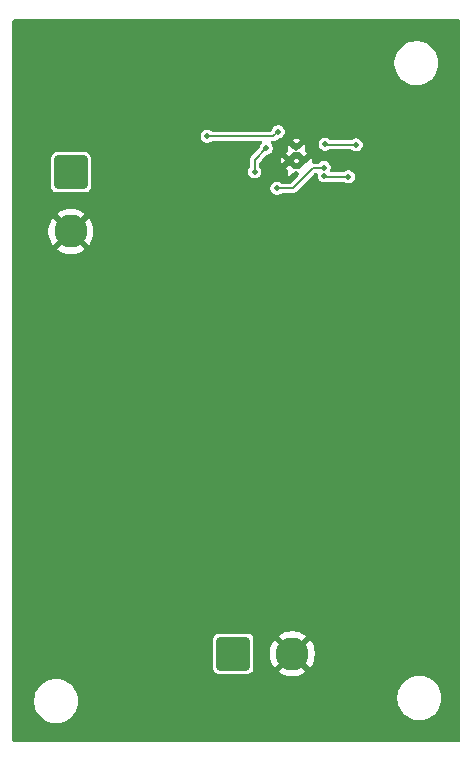
<source format=gbr>
%TF.GenerationSoftware,KiCad,Pcbnew,9.0.6*%
%TF.CreationDate,2026-02-08T18:04:32+01:00*%
%TF.ProjectId,Buck,4275636b-2e6b-4696-9361-645f70636258,B*%
%TF.SameCoordinates,Original*%
%TF.FileFunction,Copper,L4,Bot*%
%TF.FilePolarity,Positive*%
%FSLAX46Y46*%
G04 Gerber Fmt 4.6, Leading zero omitted, Abs format (unit mm)*
G04 Created by KiCad (PCBNEW 9.0.6) date 2026-02-08 18:04:32*
%MOMM*%
%LPD*%
G01*
G04 APERTURE LIST*
G04 Aperture macros list*
%AMRoundRect*
0 Rectangle with rounded corners*
0 $1 Rounding radius*
0 $2 $3 $4 $5 $6 $7 $8 $9 X,Y pos of 4 corners*
0 Add a 4 corners polygon primitive as box body*
4,1,4,$2,$3,$4,$5,$6,$7,$8,$9,$2,$3,0*
0 Add four circle primitives for the rounded corners*
1,1,$1+$1,$2,$3*
1,1,$1+$1,$4,$5*
1,1,$1+$1,$6,$7*
1,1,$1+$1,$8,$9*
0 Add four rect primitives between the rounded corners*
20,1,$1+$1,$2,$3,$4,$5,0*
20,1,$1+$1,$4,$5,$6,$7,0*
20,1,$1+$1,$6,$7,$8,$9,0*
20,1,$1+$1,$8,$9,$2,$3,0*%
G04 Aperture macros list end*
%TA.AperFunction,ComponentPad*%
%ADD10RoundRect,0.250001X-1.149999X1.149999X-1.149999X-1.149999X1.149999X-1.149999X1.149999X1.149999X0*%
%TD*%
%TA.AperFunction,ComponentPad*%
%ADD11C,2.800000*%
%TD*%
%TA.AperFunction,ComponentPad*%
%ADD12RoundRect,0.250001X-1.149999X-1.149999X1.149999X-1.149999X1.149999X1.149999X-1.149999X1.149999X0*%
%TD*%
%TA.AperFunction,ComponentPad*%
%ADD13C,0.499999*%
%TD*%
%TA.AperFunction,ViaPad*%
%ADD14C,0.800000*%
%TD*%
%TA.AperFunction,ViaPad*%
%ADD15C,0.500000*%
%TD*%
%TA.AperFunction,Conductor*%
%ADD16C,0.200000*%
%TD*%
G04 APERTURE END LIST*
D10*
%TO.P,J1,1,Pin_1*%
%TO.N,+18V*%
X142250000Y-107250000D03*
D11*
%TO.P,J1,2,Pin_2*%
%TO.N,GND*%
X142250000Y-112250000D03*
%TD*%
D12*
%TO.P,J2,1,Pin_1*%
%TO.N,/VOUT*%
X156000000Y-148000000D03*
D11*
%TO.P,J2,2,Pin_2*%
%TO.N,GND*%
X161000000Y-148000000D03*
%TD*%
D13*
%TO.P,U1,12,PGND*%
%TO.N,GND*%
X160750002Y-106250000D03*
X161350001Y-105150000D03*
X161350001Y-107350000D03*
X161950000Y-106250000D03*
%TD*%
D14*
%TO.N,GND*%
X143000000Y-137000000D03*
X162000000Y-143000000D03*
X162000000Y-140000000D03*
X140000000Y-141000000D03*
X169000000Y-147000000D03*
X142000000Y-126000000D03*
X143000000Y-117000000D03*
X142000000Y-132000000D03*
X150500000Y-96500000D03*
X164500000Y-97500000D03*
X139000000Y-101500000D03*
X142000000Y-116000000D03*
X140000000Y-131000000D03*
X140000000Y-123000000D03*
X169000000Y-145000000D03*
X142000000Y-117000000D03*
X143000000Y-119000000D03*
X140000000Y-121000000D03*
X138000000Y-102500000D03*
X144000000Y-130000000D03*
X167000000Y-149000000D03*
X164000000Y-139000000D03*
X161000000Y-145000000D03*
D15*
X157000000Y-105500000D03*
D14*
X150200000Y-104500000D03*
X165000000Y-138000000D03*
X165000000Y-142000000D03*
X153750000Y-103000000D03*
X140000000Y-133000000D03*
X140000000Y-126000000D03*
X144000000Y-125000000D03*
X166000000Y-145000000D03*
X143000000Y-123000000D03*
X164000000Y-143000000D03*
X143000000Y-96500000D03*
X161000000Y-142000000D03*
X167000000Y-144000000D03*
X140000000Y-117000000D03*
X167000000Y-136000000D03*
X162000000Y-145000000D03*
X143000000Y-136000000D03*
X143000000Y-120000000D03*
X140000000Y-118000000D03*
X162000000Y-139000000D03*
X150500000Y-95500000D03*
X143000000Y-95500000D03*
X167500000Y-96500000D03*
X171000000Y-103250000D03*
X141000000Y-134000000D03*
X143000000Y-135000000D03*
X142000000Y-131000000D03*
X141000000Y-123000000D03*
X165000000Y-141000000D03*
X169000000Y-143000000D03*
X144000000Y-137000000D03*
X160000000Y-144000000D03*
X144000000Y-97500000D03*
X140000000Y-128000000D03*
X140000000Y-122000000D03*
X143000000Y-124000000D03*
X145000000Y-95500000D03*
X163000000Y-144000000D03*
X165000000Y-140000000D03*
X144000000Y-96500000D03*
X139000000Y-102500000D03*
X142000000Y-133000000D03*
X141000000Y-127000000D03*
X169000000Y-104250000D03*
X159500000Y-96500000D03*
X168000000Y-136000000D03*
X140000000Y-125000000D03*
X162000000Y-142000000D03*
X142000000Y-138000000D03*
X141000000Y-122000000D03*
X165500000Y-96500000D03*
X144000000Y-123000000D03*
X143000000Y-134000000D03*
X142000000Y-129000000D03*
X141000000Y-135000000D03*
X157700000Y-112800000D03*
X168000000Y-140000000D03*
X147000000Y-96500000D03*
X161000000Y-143000000D03*
X141000000Y-141000000D03*
X167000000Y-143000000D03*
X153500000Y-95500000D03*
X143000000Y-129000000D03*
X144000000Y-139000000D03*
X169000000Y-103250000D03*
X144000000Y-135000000D03*
X168000000Y-146000000D03*
X166000000Y-143000000D03*
X144000000Y-131000000D03*
X166000000Y-147000000D03*
X169000000Y-136000000D03*
X141000000Y-138000000D03*
X164000000Y-145000000D03*
X140000000Y-124000000D03*
X147000000Y-97500000D03*
X169000000Y-149000000D03*
X169000000Y-142000000D03*
X166000000Y-140000000D03*
X148500000Y-96500000D03*
X140500000Y-101500000D03*
X165000000Y-144000000D03*
X161500000Y-96500000D03*
X142000000Y-140000000D03*
X169000000Y-105250000D03*
X140000000Y-135000000D03*
X138000000Y-100500000D03*
X141000000Y-128000000D03*
X144000000Y-127000000D03*
X165000000Y-148000000D03*
X162500000Y-95500000D03*
X167500000Y-95500000D03*
X145000000Y-97500000D03*
X163000000Y-141000000D03*
X160000000Y-143000000D03*
X166000000Y-136000000D03*
X161000000Y-139000000D03*
X141000000Y-133000000D03*
X144000000Y-120000000D03*
X141000000Y-116000000D03*
X166500000Y-96500000D03*
X170000000Y-102250000D03*
X168000000Y-145000000D03*
X168000000Y-105250000D03*
X142000000Y-139000000D03*
X167500000Y-97500000D03*
X144000000Y-132000000D03*
X141000000Y-117000000D03*
X148500000Y-95500000D03*
X142000000Y-130000000D03*
X145000000Y-96500000D03*
X143000000Y-133000000D03*
X143000000Y-140000000D03*
X143000000Y-127000000D03*
X140000000Y-139000000D03*
X142000000Y-136000000D03*
X168000000Y-138000000D03*
X142000000Y-134000000D03*
X147000000Y-95500000D03*
X144000000Y-124000000D03*
X163000000Y-142000000D03*
X149500000Y-96500000D03*
X160000000Y-142000000D03*
X146000000Y-95500000D03*
X168000000Y-147000000D03*
X143000000Y-125000000D03*
X164000000Y-142000000D03*
X155500000Y-96500000D03*
X168000000Y-141000000D03*
X142000000Y-141000000D03*
X144000000Y-141000000D03*
X144000000Y-117000000D03*
X142000000Y-118000000D03*
X141000000Y-125000000D03*
X142000000Y-128000000D03*
X171000000Y-104250000D03*
X167000000Y-138000000D03*
X142000000Y-120000000D03*
X162900000Y-108700000D03*
X163000000Y-140000000D03*
X169000000Y-141000000D03*
X165500000Y-97500000D03*
X166000000Y-138000000D03*
X168000000Y-144000000D03*
X154500000Y-96500000D03*
X141000000Y-130000000D03*
X138000000Y-101500000D03*
X165000000Y-143000000D03*
X171000000Y-105250000D03*
X140000000Y-137000000D03*
X141000000Y-139000000D03*
X166000000Y-141000000D03*
X139000000Y-100500000D03*
X165000000Y-146000000D03*
X163000000Y-139000000D03*
X162000000Y-141000000D03*
X161000000Y-144000000D03*
X163500000Y-95500000D03*
X144000000Y-121000000D03*
X144000000Y-118000000D03*
X152500000Y-95500000D03*
X144000000Y-129000000D03*
X141000000Y-121000000D03*
X154500000Y-95500000D03*
X166000000Y-139000000D03*
X141000000Y-140000000D03*
X168000000Y-137000000D03*
X164000000Y-144000000D03*
X143000000Y-122000000D03*
X141000000Y-136000000D03*
X165000000Y-149000000D03*
X169000000Y-138000000D03*
X143000000Y-141000000D03*
X166000000Y-146000000D03*
X167000000Y-139000000D03*
X164500000Y-95500000D03*
X143000000Y-126000000D03*
X149500000Y-95500000D03*
X169000000Y-146000000D03*
X166000000Y-142000000D03*
X160000000Y-141000000D03*
X165000000Y-147000000D03*
X141000000Y-118000000D03*
X156500000Y-96500000D03*
X167000000Y-147000000D03*
X167000000Y-137000000D03*
X142000000Y-119000000D03*
X161500000Y-95500000D03*
X165500000Y-95500000D03*
X167000000Y-146000000D03*
X142000000Y-122000000D03*
X143000000Y-118000000D03*
X156300000Y-111500000D03*
X168000000Y-104250000D03*
X157500000Y-95500000D03*
X156500000Y-95500000D03*
X167000000Y-141000000D03*
X160000000Y-139000000D03*
X142000000Y-127000000D03*
X163000000Y-143000000D03*
X164000000Y-141000000D03*
X170000000Y-104250000D03*
X169000000Y-137000000D03*
X143000000Y-128000000D03*
X151500000Y-95500000D03*
X166000000Y-149000000D03*
X141000000Y-132000000D03*
X168000000Y-148000000D03*
X144000000Y-95500000D03*
X165000000Y-139000000D03*
X169000000Y-148000000D03*
X163500000Y-96500000D03*
X140000000Y-134000000D03*
X158500000Y-95500000D03*
X144000000Y-119000000D03*
X141000000Y-129000000D03*
X141000000Y-137000000D03*
X140500000Y-100500000D03*
X170000000Y-105250000D03*
X163000000Y-145000000D03*
X164500000Y-96500000D03*
X142000000Y-137000000D03*
X143000000Y-131000000D03*
X159500000Y-95500000D03*
X167000000Y-142000000D03*
X144000000Y-138000000D03*
X142000000Y-125000000D03*
X157500000Y-96500000D03*
X167000000Y-140000000D03*
X144000000Y-128000000D03*
X170000000Y-103250000D03*
X160500000Y-96500000D03*
X168000000Y-149000000D03*
X169000000Y-140000000D03*
X162500000Y-96500000D03*
X140000000Y-132000000D03*
X162000000Y-144000000D03*
X142000000Y-123000000D03*
X144000000Y-140000000D03*
X141000000Y-120000000D03*
X141000000Y-124000000D03*
X160000000Y-140000000D03*
X142000000Y-135000000D03*
X167000000Y-148000000D03*
X153500000Y-96500000D03*
X166500000Y-97500000D03*
X165000000Y-145000000D03*
X166500000Y-95500000D03*
X144000000Y-122000000D03*
X169000000Y-144000000D03*
X140000000Y-136000000D03*
X144000000Y-134000000D03*
X160500000Y-95500000D03*
X140000000Y-119000000D03*
X143000000Y-116000000D03*
X158500000Y-96500000D03*
X171000000Y-102250000D03*
X144000000Y-136000000D03*
X146000000Y-97500000D03*
X143000000Y-121000000D03*
X166000000Y-137000000D03*
X143000000Y-132000000D03*
X160000000Y-145000000D03*
X140000000Y-127000000D03*
X167000000Y-145000000D03*
X143000000Y-97500000D03*
X151500000Y-96500000D03*
X168000000Y-143000000D03*
X142000000Y-124000000D03*
X141000000Y-131000000D03*
X161000000Y-140000000D03*
X166000000Y-144000000D03*
X152500000Y-96500000D03*
X164000000Y-140000000D03*
X166000000Y-148000000D03*
X144000000Y-133000000D03*
X144000000Y-116000000D03*
X169000000Y-139000000D03*
X143000000Y-138000000D03*
X161000000Y-141000000D03*
X140000000Y-120000000D03*
X165000000Y-136000000D03*
X143000000Y-130000000D03*
X146000000Y-96500000D03*
X142000000Y-121000000D03*
X168000000Y-139000000D03*
X140000000Y-116000000D03*
X169000000Y-102250000D03*
X143000000Y-139000000D03*
X141000000Y-126000000D03*
X140000000Y-130000000D03*
X144000000Y-126000000D03*
X165000000Y-137000000D03*
X155500000Y-95500000D03*
X141000000Y-119000000D03*
X140000000Y-138000000D03*
X168250000Y-106250000D03*
X168000000Y-142000000D03*
X140000000Y-140000000D03*
X140000000Y-129000000D03*
D15*
%TO.N,/SYNCIN*%
X159700000Y-108600000D03*
X163696157Y-106838448D03*
%TO.N,Net-(U1-COMP)*%
X158800000Y-105200000D03*
X157800000Y-107200000D03*
%TO.N,/LG*%
X165750000Y-107625000D03*
X163706476Y-107538372D03*
%TO.N,/HG*%
X163772965Y-104860139D03*
X166391248Y-104908752D03*
%TO.N,/EN*%
X159800000Y-103800000D03*
X153800000Y-104200000D03*
%TD*%
D16*
%TO.N,/SYNCIN*%
X162713352Y-106911649D02*
X161025001Y-108600000D01*
X161025001Y-108600000D02*
X159700000Y-108600000D01*
X163682329Y-106911649D02*
X162713352Y-106911649D01*
%TO.N,Net-(U1-COMP)*%
X158800000Y-105200000D02*
X157800000Y-106200000D01*
X157800000Y-106200000D02*
X157800000Y-107200000D01*
%TO.N,/LG*%
X164532475Y-107625000D02*
X164500000Y-107657475D01*
X164500000Y-107657475D02*
X163957475Y-107657475D01*
X165750000Y-107625000D02*
X164532475Y-107625000D01*
X164857475Y-107657475D02*
X164500000Y-107657475D01*
X163957475Y-107657475D02*
X163800000Y-107500000D01*
%TO.N,/HG*%
X163785208Y-104908752D02*
X166391248Y-104908752D01*
X166400000Y-104900000D02*
X166391248Y-104908752D01*
%TO.N,/EN*%
X153800000Y-104200000D02*
X159400000Y-104200000D01*
X159400000Y-104200000D02*
X159800000Y-103800000D01*
%TD*%
%TA.AperFunction,Conductor*%
%TO.N,GND*%
G36*
X175142539Y-94320185D02*
G01*
X175188294Y-94372989D01*
X175199500Y-94424500D01*
X175199500Y-155325500D01*
X175179815Y-155392539D01*
X175127011Y-155438294D01*
X175075500Y-155449500D01*
X137424500Y-155449500D01*
X137357461Y-155429815D01*
X137311706Y-155377011D01*
X137300500Y-155325500D01*
X137300500Y-151878048D01*
X139139500Y-151878048D01*
X139139500Y-152121951D01*
X139166013Y-152323333D01*
X139171334Y-152363744D01*
X139171335Y-152363746D01*
X139234456Y-152599320D01*
X139234459Y-152599330D01*
X139327786Y-152824640D01*
X139327791Y-152824651D01*
X139449727Y-153035848D01*
X139449738Y-153035864D01*
X139598199Y-153229343D01*
X139598205Y-153229350D01*
X139770649Y-153401794D01*
X139770656Y-153401800D01*
X139797258Y-153422212D01*
X139964144Y-153550268D01*
X139964151Y-153550272D01*
X140175348Y-153672208D01*
X140175353Y-153672210D01*
X140175356Y-153672212D01*
X140400679Y-153765544D01*
X140636256Y-153828666D01*
X140878056Y-153860500D01*
X140878063Y-153860500D01*
X141121937Y-153860500D01*
X141121944Y-153860500D01*
X141363744Y-153828666D01*
X141599321Y-153765544D01*
X141824644Y-153672212D01*
X142035856Y-153550268D01*
X142229345Y-153401799D01*
X142401799Y-153229345D01*
X142550268Y-153035856D01*
X142672212Y-152824644D01*
X142765544Y-152599321D01*
X142828666Y-152363744D01*
X142860500Y-152121944D01*
X142860500Y-151878056D01*
X142828666Y-151636256D01*
X142826467Y-151628048D01*
X169889500Y-151628048D01*
X169889500Y-151871951D01*
X169890305Y-151878062D01*
X169921334Y-152113744D01*
X169923533Y-152121951D01*
X169984456Y-152349320D01*
X169984459Y-152349330D01*
X170077786Y-152574640D01*
X170077791Y-152574651D01*
X170199727Y-152785848D01*
X170199738Y-152785864D01*
X170348199Y-152979343D01*
X170348205Y-152979350D01*
X170520649Y-153151794D01*
X170520656Y-153151800D01*
X170621715Y-153229345D01*
X170714144Y-153300268D01*
X170714151Y-153300272D01*
X170925348Y-153422208D01*
X170925353Y-153422210D01*
X170925356Y-153422212D01*
X171150679Y-153515544D01*
X171386256Y-153578666D01*
X171628056Y-153610500D01*
X171628063Y-153610500D01*
X171871937Y-153610500D01*
X171871944Y-153610500D01*
X172113744Y-153578666D01*
X172349321Y-153515544D01*
X172574644Y-153422212D01*
X172785856Y-153300268D01*
X172979345Y-153151799D01*
X173151799Y-152979345D01*
X173300268Y-152785856D01*
X173422212Y-152574644D01*
X173515544Y-152349321D01*
X173578666Y-152113744D01*
X173610500Y-151871944D01*
X173610500Y-151628056D01*
X173578666Y-151386256D01*
X173515544Y-151150679D01*
X173422212Y-150925356D01*
X173422210Y-150925353D01*
X173422208Y-150925348D01*
X173300272Y-150714151D01*
X173300268Y-150714144D01*
X173211302Y-150598201D01*
X173151800Y-150520656D01*
X173151794Y-150520649D01*
X172979350Y-150348205D01*
X172979343Y-150348199D01*
X172785864Y-150199738D01*
X172785862Y-150199736D01*
X172785856Y-150199732D01*
X172785851Y-150199729D01*
X172785848Y-150199727D01*
X172574651Y-150077791D01*
X172574640Y-150077786D01*
X172349330Y-149984459D01*
X172349323Y-149984457D01*
X172349321Y-149984456D01*
X172113744Y-149921334D01*
X172073333Y-149916013D01*
X171871951Y-149889500D01*
X171871944Y-149889500D01*
X171628056Y-149889500D01*
X171628048Y-149889500D01*
X171397896Y-149919801D01*
X171386256Y-149921334D01*
X171150679Y-149984456D01*
X171150669Y-149984459D01*
X170925359Y-150077786D01*
X170925348Y-150077791D01*
X170714151Y-150199727D01*
X170714135Y-150199738D01*
X170520656Y-150348199D01*
X170520649Y-150348205D01*
X170348205Y-150520649D01*
X170348199Y-150520656D01*
X170199738Y-150714135D01*
X170199727Y-150714151D01*
X170077791Y-150925348D01*
X170077786Y-150925359D01*
X169984459Y-151150669D01*
X169984456Y-151150679D01*
X169921335Y-151386253D01*
X169921333Y-151386264D01*
X169889500Y-151628048D01*
X142826467Y-151628048D01*
X142765544Y-151400679D01*
X142672212Y-151175356D01*
X142672210Y-151175353D01*
X142672208Y-151175348D01*
X142550272Y-150964151D01*
X142550268Y-150964144D01*
X142401799Y-150770655D01*
X142401794Y-150770649D01*
X142229350Y-150598205D01*
X142229343Y-150598199D01*
X142035864Y-150449738D01*
X142035862Y-150449736D01*
X142035856Y-150449732D01*
X142035851Y-150449729D01*
X142035848Y-150449727D01*
X141824651Y-150327791D01*
X141824640Y-150327786D01*
X141599330Y-150234459D01*
X141599323Y-150234457D01*
X141599321Y-150234456D01*
X141363744Y-150171334D01*
X141323333Y-150166013D01*
X141121951Y-150139500D01*
X141121944Y-150139500D01*
X140878056Y-150139500D01*
X140878048Y-150139500D01*
X140647896Y-150169801D01*
X140636256Y-150171334D01*
X140530250Y-150199738D01*
X140400679Y-150234456D01*
X140400669Y-150234459D01*
X140175359Y-150327786D01*
X140175348Y-150327791D01*
X139964151Y-150449727D01*
X139964135Y-150449738D01*
X139770656Y-150598199D01*
X139770649Y-150598205D01*
X139598205Y-150770649D01*
X139598199Y-150770656D01*
X139449738Y-150964135D01*
X139449727Y-150964151D01*
X139327791Y-151175348D01*
X139327786Y-151175359D01*
X139234459Y-151400669D01*
X139234456Y-151400679D01*
X139171334Y-151636256D01*
X139171333Y-151636264D01*
X139139500Y-151878048D01*
X137300500Y-151878048D01*
X137300500Y-146806900D01*
X154299500Y-146806900D01*
X154299500Y-149193091D01*
X154310123Y-149281562D01*
X154365639Y-149422342D01*
X154365640Y-149422344D01*
X154457077Y-149542922D01*
X154577655Y-149634359D01*
X154577658Y-149634361D01*
X154718436Y-149689876D01*
X154806901Y-149700500D01*
X157193098Y-149700499D01*
X157281564Y-149689876D01*
X157422342Y-149634361D01*
X157542922Y-149542922D01*
X157634361Y-149422342D01*
X157689876Y-149281564D01*
X157700500Y-149193099D01*
X157700499Y-147875466D01*
X159100000Y-147875466D01*
X159100000Y-148124533D01*
X159132508Y-148371463D01*
X159196973Y-148612049D01*
X159292283Y-148842148D01*
X159292288Y-148842159D01*
X159416813Y-149057841D01*
X159416819Y-149057849D01*
X159491400Y-149155045D01*
X160398958Y-148247487D01*
X160423978Y-148307890D01*
X160495112Y-148414351D01*
X160585649Y-148504888D01*
X160692110Y-148576022D01*
X160752511Y-148601041D01*
X159844953Y-149508598D01*
X159942150Y-149583180D01*
X159942158Y-149583186D01*
X160157840Y-149707711D01*
X160157851Y-149707716D01*
X160387950Y-149803026D01*
X160628536Y-149867491D01*
X160875466Y-149900000D01*
X161124534Y-149900000D01*
X161371463Y-149867491D01*
X161612049Y-149803026D01*
X161842148Y-149707716D01*
X161842159Y-149707711D01*
X162057855Y-149583178D01*
X162155045Y-149508600D01*
X162155045Y-149508597D01*
X161247488Y-148601041D01*
X161307890Y-148576022D01*
X161414351Y-148504888D01*
X161504888Y-148414351D01*
X161576022Y-148307890D01*
X161601041Y-148247489D01*
X162508597Y-149155045D01*
X162508600Y-149155045D01*
X162583178Y-149057855D01*
X162707711Y-148842159D01*
X162707716Y-148842148D01*
X162803026Y-148612049D01*
X162867491Y-148371463D01*
X162900000Y-148124533D01*
X162900000Y-147875466D01*
X162867491Y-147628536D01*
X162803026Y-147387950D01*
X162707716Y-147157851D01*
X162707711Y-147157840D01*
X162583186Y-146942158D01*
X162583180Y-146942150D01*
X162508598Y-146844953D01*
X161601041Y-147752510D01*
X161576022Y-147692110D01*
X161504888Y-147585649D01*
X161414351Y-147495112D01*
X161307890Y-147423978D01*
X161247487Y-147398957D01*
X162155045Y-146491400D01*
X162057849Y-146416819D01*
X162057841Y-146416813D01*
X161842159Y-146292288D01*
X161842148Y-146292283D01*
X161612049Y-146196973D01*
X161371463Y-146132508D01*
X161124534Y-146100000D01*
X160875466Y-146100000D01*
X160628536Y-146132508D01*
X160387950Y-146196973D01*
X160157851Y-146292283D01*
X160157847Y-146292285D01*
X159942143Y-146416823D01*
X159844953Y-146491399D01*
X159844953Y-146491400D01*
X160752511Y-147398958D01*
X160692110Y-147423978D01*
X160585649Y-147495112D01*
X160495112Y-147585649D01*
X160423978Y-147692110D01*
X160398958Y-147752511D01*
X159491400Y-146844953D01*
X159491399Y-146844953D01*
X159416823Y-146942143D01*
X159292285Y-147157847D01*
X159292283Y-147157851D01*
X159196973Y-147387950D01*
X159132508Y-147628536D01*
X159100000Y-147875466D01*
X157700499Y-147875466D01*
X157700499Y-146806902D01*
X157689876Y-146718436D01*
X157634361Y-146577658D01*
X157634359Y-146577655D01*
X157542922Y-146457077D01*
X157422344Y-146365640D01*
X157422342Y-146365639D01*
X157281564Y-146310124D01*
X157281561Y-146310123D01*
X157193099Y-146299500D01*
X154806908Y-146299500D01*
X154718437Y-146310123D01*
X154577657Y-146365639D01*
X154577655Y-146365640D01*
X154457077Y-146457077D01*
X154365640Y-146577655D01*
X154310124Y-146718437D01*
X154310123Y-146718438D01*
X154299500Y-146806900D01*
X137300500Y-146806900D01*
X137300500Y-112125466D01*
X140350000Y-112125466D01*
X140350000Y-112374533D01*
X140382508Y-112621463D01*
X140446973Y-112862049D01*
X140542283Y-113092148D01*
X140542288Y-113092159D01*
X140666813Y-113307841D01*
X140666819Y-113307849D01*
X140741400Y-113405045D01*
X141648958Y-112497487D01*
X141673978Y-112557890D01*
X141745112Y-112664351D01*
X141835649Y-112754888D01*
X141942110Y-112826022D01*
X142002511Y-112851041D01*
X141094953Y-113758598D01*
X141192150Y-113833180D01*
X141192158Y-113833186D01*
X141407840Y-113957711D01*
X141407851Y-113957716D01*
X141637950Y-114053026D01*
X141878536Y-114117491D01*
X142125466Y-114150000D01*
X142374534Y-114150000D01*
X142621463Y-114117491D01*
X142862049Y-114053026D01*
X143092148Y-113957716D01*
X143092159Y-113957711D01*
X143307855Y-113833178D01*
X143405045Y-113758600D01*
X143405045Y-113758597D01*
X142497488Y-112851041D01*
X142557890Y-112826022D01*
X142664351Y-112754888D01*
X142754888Y-112664351D01*
X142826022Y-112557890D01*
X142851041Y-112497489D01*
X143758597Y-113405045D01*
X143758600Y-113405045D01*
X143833178Y-113307855D01*
X143957711Y-113092159D01*
X143957716Y-113092148D01*
X144053026Y-112862049D01*
X144117491Y-112621463D01*
X144150000Y-112374533D01*
X144150000Y-112125466D01*
X144117491Y-111878536D01*
X144053026Y-111637950D01*
X143957716Y-111407851D01*
X143957711Y-111407840D01*
X143833186Y-111192158D01*
X143833180Y-111192150D01*
X143758598Y-111094953D01*
X142851041Y-112002510D01*
X142826022Y-111942110D01*
X142754888Y-111835649D01*
X142664351Y-111745112D01*
X142557890Y-111673978D01*
X142497487Y-111648957D01*
X143405045Y-110741400D01*
X143307849Y-110666819D01*
X143307841Y-110666813D01*
X143092159Y-110542288D01*
X143092148Y-110542283D01*
X142862049Y-110446973D01*
X142621463Y-110382508D01*
X142374534Y-110350000D01*
X142125466Y-110350000D01*
X141878536Y-110382508D01*
X141637950Y-110446973D01*
X141407851Y-110542283D01*
X141407847Y-110542285D01*
X141192143Y-110666823D01*
X141094953Y-110741399D01*
X141094953Y-110741400D01*
X142002511Y-111648958D01*
X141942110Y-111673978D01*
X141835649Y-111745112D01*
X141745112Y-111835649D01*
X141673978Y-111942110D01*
X141648958Y-112002511D01*
X140741400Y-111094953D01*
X140741399Y-111094953D01*
X140666823Y-111192143D01*
X140542285Y-111407847D01*
X140542283Y-111407851D01*
X140446973Y-111637950D01*
X140382508Y-111878536D01*
X140350000Y-112125466D01*
X137300500Y-112125466D01*
X137300500Y-106056900D01*
X140549500Y-106056900D01*
X140549500Y-108443091D01*
X140560123Y-108531562D01*
X140615639Y-108672342D01*
X140615640Y-108672344D01*
X140707077Y-108792922D01*
X140827655Y-108884359D01*
X140827658Y-108884361D01*
X140968436Y-108939876D01*
X141056901Y-108950500D01*
X143443098Y-108950499D01*
X143531564Y-108939876D01*
X143672342Y-108884361D01*
X143792922Y-108792922D01*
X143884361Y-108672342D01*
X143939876Y-108531564D01*
X143940361Y-108527525D01*
X159149500Y-108527525D01*
X159149500Y-108672475D01*
X159181774Y-108792922D01*
X159187017Y-108812488D01*
X159259488Y-108938011D01*
X159259490Y-108938013D01*
X159259491Y-108938015D01*
X159361985Y-109040509D01*
X159361986Y-109040510D01*
X159361988Y-109040511D01*
X159487511Y-109112982D01*
X159487512Y-109112982D01*
X159487515Y-109112984D01*
X159627525Y-109150500D01*
X159627528Y-109150500D01*
X159772472Y-109150500D01*
X159772475Y-109150500D01*
X159912485Y-109112984D01*
X160038015Y-109040509D01*
X160041705Y-109036819D01*
X160103028Y-109003334D01*
X160129386Y-109000500D01*
X161077726Y-109000500D01*
X161077728Y-109000500D01*
X161179589Y-108973207D01*
X161270914Y-108920480D01*
X162842926Y-107348468D01*
X162869853Y-107333764D01*
X162895672Y-107317172D01*
X162901872Y-107316280D01*
X162904249Y-107314983D01*
X162930607Y-107312149D01*
X163035573Y-107312149D01*
X163102612Y-107331834D01*
X163148367Y-107384638D01*
X163158311Y-107453796D01*
X163156240Y-107463889D01*
X163155976Y-107465895D01*
X163155976Y-107465897D01*
X163155976Y-107610847D01*
X163193492Y-107750857D01*
X163193493Y-107750860D01*
X163265964Y-107876383D01*
X163265966Y-107876385D01*
X163265967Y-107876387D01*
X163368461Y-107978881D01*
X163368462Y-107978882D01*
X163368464Y-107978883D01*
X163493987Y-108051354D01*
X163493988Y-108051354D01*
X163493991Y-108051356D01*
X163634001Y-108088872D01*
X163634004Y-108088872D01*
X163778949Y-108088872D01*
X163778951Y-108088872D01*
X163878489Y-108062200D01*
X163910583Y-108057975D01*
X164910200Y-108057975D01*
X164910202Y-108057975D01*
X164966467Y-108042898D01*
X165015636Y-108029725D01*
X165047728Y-108025500D01*
X165320614Y-108025500D01*
X165387653Y-108045185D01*
X165408295Y-108061819D01*
X165411985Y-108065509D01*
X165411986Y-108065510D01*
X165411988Y-108065511D01*
X165537511Y-108137982D01*
X165537512Y-108137982D01*
X165537515Y-108137984D01*
X165677525Y-108175500D01*
X165677528Y-108175500D01*
X165822472Y-108175500D01*
X165822475Y-108175500D01*
X165962485Y-108137984D01*
X166088015Y-108065509D01*
X166190509Y-107963015D01*
X166262984Y-107837485D01*
X166300500Y-107697475D01*
X166300500Y-107552525D01*
X166262984Y-107412515D01*
X166262968Y-107412488D01*
X166190511Y-107286988D01*
X166190506Y-107286982D01*
X166088017Y-107184493D01*
X166088011Y-107184488D01*
X165962488Y-107112017D01*
X165962489Y-107112017D01*
X165951006Y-107108940D01*
X165822475Y-107074500D01*
X165677525Y-107074500D01*
X165548993Y-107108940D01*
X165537511Y-107112017D01*
X165411988Y-107184488D01*
X165411982Y-107184493D01*
X165408295Y-107188181D01*
X165346972Y-107221666D01*
X165320614Y-107224500D01*
X164592814Y-107224500D01*
X164592798Y-107224499D01*
X164585202Y-107224499D01*
X164479748Y-107224499D01*
X164377888Y-107251793D01*
X164377884Y-107251794D01*
X164374320Y-107252750D01*
X164342225Y-107256975D01*
X164304957Y-107256975D01*
X164237918Y-107237290D01*
X164192163Y-107184486D01*
X164182219Y-107115328D01*
X164197570Y-107070974D01*
X164209141Y-107050933D01*
X164246657Y-106910923D01*
X164246657Y-106765973D01*
X164209141Y-106625963D01*
X164136666Y-106500433D01*
X164034172Y-106397939D01*
X164034170Y-106397938D01*
X164034168Y-106397936D01*
X163908645Y-106325465D01*
X163908646Y-106325465D01*
X163897163Y-106322388D01*
X163768632Y-106287948D01*
X163623682Y-106287948D01*
X163495150Y-106322388D01*
X163483668Y-106325465D01*
X163358145Y-106397936D01*
X163358139Y-106397941D01*
X163281251Y-106474830D01*
X163219928Y-106508315D01*
X163193570Y-106511149D01*
X162813841Y-106511149D01*
X162746802Y-106491464D01*
X162701047Y-106438660D01*
X162691103Y-106369502D01*
X162692224Y-106362958D01*
X162699998Y-106323871D01*
X162699999Y-106323869D01*
X162699999Y-106176131D01*
X162699998Y-106176127D01*
X162671178Y-106031240D01*
X162671176Y-106031232D01*
X162627576Y-105925973D01*
X162126776Y-106426776D01*
X161592204Y-106961348D01*
X161530881Y-106994833D01*
X161461189Y-106989849D01*
X161416842Y-106961348D01*
X161350001Y-106894507D01*
X161283160Y-106961348D01*
X161221837Y-106994832D01*
X161152145Y-106989848D01*
X161107798Y-106961347D01*
X160750003Y-106603552D01*
X160750002Y-106603552D01*
X160425975Y-106927576D01*
X160531235Y-106971176D01*
X160534867Y-106971899D01*
X160536595Y-106972802D01*
X160537067Y-106972946D01*
X160537039Y-106973035D01*
X160596781Y-107004279D01*
X160631359Y-107064992D01*
X160629481Y-107125152D01*
X160630012Y-107125258D01*
X160629378Y-107128443D01*
X160629345Y-107129514D01*
X160628823Y-107131233D01*
X160600002Y-107276127D01*
X160600002Y-107423872D01*
X160628821Y-107568759D01*
X160628824Y-107568768D01*
X160672422Y-107674024D01*
X161085543Y-107260904D01*
X161146866Y-107227419D01*
X161216557Y-107232403D01*
X161260905Y-107260904D01*
X161278159Y-107278158D01*
X161263869Y-107292448D01*
X161248401Y-107329791D01*
X161248401Y-107370209D01*
X161263869Y-107407552D01*
X161292449Y-107436132D01*
X161329792Y-107451600D01*
X161370210Y-107451600D01*
X161407553Y-107436132D01*
X161421843Y-107421842D01*
X161439095Y-107439094D01*
X161472580Y-107500417D01*
X161467596Y-107570109D01*
X161439095Y-107614456D01*
X160995003Y-108058547D01*
X160979951Y-108078655D01*
X160895428Y-108163180D01*
X160834106Y-108196666D01*
X160807746Y-108199500D01*
X160129386Y-108199500D01*
X160062347Y-108179815D01*
X160041705Y-108163181D01*
X160038017Y-108159493D01*
X160038011Y-108159488D01*
X159912488Y-108087017D01*
X159912489Y-108087017D01*
X159901006Y-108083940D01*
X159772475Y-108049500D01*
X159627525Y-108049500D01*
X159498993Y-108083940D01*
X159487511Y-108087017D01*
X159361988Y-108159488D01*
X159361982Y-108159493D01*
X159259493Y-108261982D01*
X159259488Y-108261988D01*
X159187017Y-108387511D01*
X159187016Y-108387515D01*
X159149500Y-108527525D01*
X143940361Y-108527525D01*
X143950500Y-108443099D01*
X143950499Y-106056902D01*
X143939876Y-105968436D01*
X143884361Y-105827658D01*
X143853392Y-105786819D01*
X143792922Y-105707077D01*
X143672344Y-105615640D01*
X143672342Y-105615639D01*
X143531564Y-105560124D01*
X143531561Y-105560123D01*
X143443099Y-105549500D01*
X141056908Y-105549500D01*
X140968437Y-105560123D01*
X140827657Y-105615639D01*
X140827655Y-105615640D01*
X140707077Y-105707077D01*
X140615640Y-105827655D01*
X140615639Y-105827658D01*
X140565783Y-105954087D01*
X140560124Y-105968437D01*
X140560123Y-105968438D01*
X140549500Y-106056900D01*
X137300500Y-106056900D01*
X137300500Y-104127525D01*
X153249500Y-104127525D01*
X153249500Y-104272475D01*
X153280139Y-104386819D01*
X153287017Y-104412488D01*
X153359488Y-104538011D01*
X153359490Y-104538013D01*
X153359491Y-104538015D01*
X153461985Y-104640509D01*
X153461986Y-104640510D01*
X153461988Y-104640511D01*
X153587511Y-104712982D01*
X153587512Y-104712982D01*
X153587515Y-104712984D01*
X153727525Y-104750500D01*
X153727528Y-104750500D01*
X153872472Y-104750500D01*
X153872475Y-104750500D01*
X154012485Y-104712984D01*
X154138015Y-104640509D01*
X154141705Y-104636819D01*
X154203028Y-104603334D01*
X154229386Y-104600500D01*
X158321614Y-104600500D01*
X158388653Y-104620185D01*
X158434408Y-104672989D01*
X158444352Y-104742147D01*
X158415327Y-104805703D01*
X158409295Y-104812181D01*
X158359493Y-104861982D01*
X158359488Y-104861988D01*
X158287017Y-104987511D01*
X158287016Y-104987515D01*
X158249500Y-105127525D01*
X158249500Y-105127527D01*
X158249500Y-105132745D01*
X158229815Y-105199784D01*
X158213181Y-105220426D01*
X157479522Y-105954084D01*
X157479520Y-105954087D01*
X157426793Y-106045410D01*
X157399500Y-106147273D01*
X157399500Y-106770614D01*
X157379815Y-106837653D01*
X157363181Y-106858295D01*
X157359493Y-106861982D01*
X157359488Y-106861988D01*
X157287017Y-106987511D01*
X157287016Y-106987515D01*
X157249500Y-107127525D01*
X157249500Y-107272475D01*
X157285694Y-107407552D01*
X157287017Y-107412488D01*
X157359488Y-107538011D01*
X157359490Y-107538013D01*
X157359491Y-107538015D01*
X157461985Y-107640509D01*
X157461986Y-107640510D01*
X157461988Y-107640511D01*
X157587511Y-107712982D01*
X157587512Y-107712982D01*
X157587515Y-107712984D01*
X157727525Y-107750500D01*
X157727528Y-107750500D01*
X157872472Y-107750500D01*
X157872475Y-107750500D01*
X158012485Y-107712984D01*
X158138015Y-107640509D01*
X158240509Y-107538015D01*
X158312984Y-107412485D01*
X158350500Y-107272475D01*
X158350500Y-107127525D01*
X158312984Y-106987515D01*
X158304489Y-106972802D01*
X158240511Y-106861988D01*
X158240506Y-106861982D01*
X158236819Y-106858295D01*
X158203334Y-106796972D01*
X158200500Y-106770614D01*
X158200500Y-106417254D01*
X158220185Y-106350215D01*
X158236819Y-106329573D01*
X158390265Y-106176127D01*
X160000003Y-106176127D01*
X160000003Y-106323872D01*
X160028822Y-106468759D01*
X160028825Y-106468768D01*
X160072423Y-106574024D01*
X160396450Y-106250000D01*
X160376241Y-106229791D01*
X160648402Y-106229791D01*
X160648402Y-106270209D01*
X160663870Y-106307552D01*
X160692450Y-106336132D01*
X160729793Y-106351600D01*
X160770211Y-106351600D01*
X160807554Y-106336132D01*
X160836134Y-106307552D01*
X160851602Y-106270209D01*
X160851602Y-106250000D01*
X161103554Y-106250000D01*
X161350001Y-106496447D01*
X161596448Y-106250000D01*
X161576239Y-106229791D01*
X161848400Y-106229791D01*
X161848400Y-106270209D01*
X161863868Y-106307552D01*
X161892448Y-106336132D01*
X161929791Y-106351600D01*
X161970209Y-106351600D01*
X162007552Y-106336132D01*
X162036132Y-106307552D01*
X162051600Y-106270209D01*
X162051600Y-106229791D01*
X162036132Y-106192448D01*
X162007552Y-106163868D01*
X161970209Y-106148400D01*
X161929791Y-106148400D01*
X161892448Y-106163868D01*
X161863868Y-106192448D01*
X161848400Y-106229791D01*
X161576239Y-106229791D01*
X161350001Y-106003553D01*
X161103554Y-106250000D01*
X160851602Y-106250000D01*
X160851602Y-106229791D01*
X160836134Y-106192448D01*
X160807554Y-106163868D01*
X160770211Y-106148400D01*
X160729793Y-106148400D01*
X160692450Y-106163868D01*
X160663870Y-106192448D01*
X160648402Y-106229791D01*
X160376241Y-106229791D01*
X160072424Y-105925974D01*
X160028824Y-106031236D01*
X160028822Y-106031240D01*
X160000003Y-106176127D01*
X158390265Y-106176127D01*
X158779573Y-105786819D01*
X158840896Y-105753334D01*
X158867254Y-105750500D01*
X158872472Y-105750500D01*
X158872475Y-105750500D01*
X159012485Y-105712984D01*
X159138015Y-105640509D01*
X159206102Y-105572422D01*
X160425976Y-105572422D01*
X160750002Y-105896448D01*
X161107798Y-105538652D01*
X161169121Y-105505167D01*
X161238813Y-105510151D01*
X161283160Y-105538652D01*
X161350001Y-105605493D01*
X161416842Y-105538652D01*
X161478165Y-105505167D01*
X161547857Y-105510151D01*
X161592204Y-105538652D01*
X161950000Y-105896448D01*
X161950001Y-105896448D01*
X162274025Y-105572422D01*
X162168768Y-105528823D01*
X162168760Y-105528821D01*
X162165124Y-105528098D01*
X162163394Y-105527193D01*
X162162932Y-105527053D01*
X162162958Y-105526965D01*
X162103213Y-105495713D01*
X162068639Y-105434997D01*
X162070523Y-105374848D01*
X162069990Y-105374742D01*
X162070627Y-105371537D01*
X162070661Y-105370466D01*
X162071181Y-105368749D01*
X162099999Y-105223872D01*
X162100000Y-105223869D01*
X162100000Y-105076131D01*
X162099999Y-105076127D01*
X162071179Y-104931240D01*
X162071177Y-104931232D01*
X162027999Y-104826990D01*
X162027577Y-104825973D01*
X161614457Y-105239094D01*
X161553134Y-105272579D01*
X161483442Y-105267595D01*
X161439095Y-105239094D01*
X161421843Y-105221842D01*
X161436133Y-105207552D01*
X161451601Y-105170209D01*
X161451601Y-105129791D01*
X161436133Y-105092448D01*
X161407553Y-105063868D01*
X161370210Y-105048400D01*
X161329792Y-105048400D01*
X161292449Y-105063868D01*
X161263869Y-105092448D01*
X161248401Y-105129791D01*
X161248401Y-105170209D01*
X161263869Y-105207552D01*
X161278159Y-105221842D01*
X161260906Y-105239095D01*
X161199583Y-105272580D01*
X161129891Y-105267596D01*
X161085544Y-105239095D01*
X160672423Y-104825974D01*
X160628823Y-104931236D01*
X160628821Y-104931240D01*
X160600002Y-105076127D01*
X160600002Y-105223872D01*
X160628822Y-105368762D01*
X160629344Y-105370481D01*
X160629352Y-105371426D01*
X160630012Y-105374742D01*
X160629383Y-105374867D01*
X160629971Y-105440348D01*
X160592725Y-105499462D01*
X160537059Y-105527018D01*
X160537070Y-105527053D01*
X160536863Y-105527115D01*
X160534879Y-105528098D01*
X160531238Y-105528822D01*
X160425976Y-105572422D01*
X159206102Y-105572422D01*
X159240509Y-105538015D01*
X159312984Y-105412485D01*
X159350500Y-105272475D01*
X159350500Y-105127525D01*
X159312984Y-104987515D01*
X159240509Y-104861985D01*
X159190705Y-104812181D01*
X159157220Y-104750858D01*
X159162204Y-104681166D01*
X159204076Y-104625233D01*
X159269540Y-104600816D01*
X159278386Y-104600500D01*
X159452725Y-104600500D01*
X159452727Y-104600500D01*
X159554588Y-104573207D01*
X159645913Y-104520480D01*
X159693971Y-104472422D01*
X161025975Y-104472422D01*
X161350001Y-104796448D01*
X161350002Y-104796448D01*
X161358786Y-104787664D01*
X163222465Y-104787664D01*
X163222465Y-104932614D01*
X163237175Y-104987511D01*
X163259982Y-105072627D01*
X163332453Y-105198150D01*
X163332455Y-105198152D01*
X163332456Y-105198154D01*
X163434950Y-105300648D01*
X163434951Y-105300649D01*
X163434953Y-105300650D01*
X163560476Y-105373121D01*
X163560477Y-105373121D01*
X163560480Y-105373123D01*
X163700490Y-105410639D01*
X163700493Y-105410639D01*
X163845437Y-105410639D01*
X163845440Y-105410639D01*
X163985450Y-105373123D01*
X164067303Y-105325864D01*
X164129303Y-105309252D01*
X165961862Y-105309252D01*
X166028901Y-105328937D01*
X166049543Y-105345571D01*
X166053233Y-105349261D01*
X166053234Y-105349262D01*
X166053236Y-105349263D01*
X166178759Y-105421734D01*
X166178760Y-105421734D01*
X166178763Y-105421736D01*
X166318773Y-105459252D01*
X166318776Y-105459252D01*
X166463720Y-105459252D01*
X166463723Y-105459252D01*
X166603733Y-105421736D01*
X166729263Y-105349261D01*
X166831757Y-105246767D01*
X166904232Y-105121237D01*
X166941748Y-104981227D01*
X166941748Y-104836277D01*
X166904232Y-104696267D01*
X166895513Y-104681166D01*
X166831759Y-104570740D01*
X166831754Y-104570734D01*
X166729265Y-104468245D01*
X166729259Y-104468240D01*
X166603736Y-104395769D01*
X166603737Y-104395769D01*
X166570335Y-104386819D01*
X166463723Y-104358252D01*
X166318773Y-104358252D01*
X166212161Y-104386819D01*
X166178759Y-104395769D01*
X166053236Y-104468240D01*
X166053230Y-104468245D01*
X166049543Y-104471933D01*
X165988220Y-104505418D01*
X165961862Y-104508252D01*
X164250964Y-104508252D01*
X164183925Y-104488567D01*
X164163283Y-104471933D01*
X164110982Y-104419632D01*
X164110976Y-104419627D01*
X163985453Y-104347156D01*
X163985454Y-104347156D01*
X163973971Y-104344079D01*
X163845440Y-104309639D01*
X163700490Y-104309639D01*
X163571958Y-104344079D01*
X163560476Y-104347156D01*
X163434953Y-104419627D01*
X163434947Y-104419632D01*
X163332458Y-104522121D01*
X163332453Y-104522127D01*
X163259982Y-104647650D01*
X163259981Y-104647654D01*
X163222465Y-104787664D01*
X161358786Y-104787664D01*
X161674026Y-104472422D01*
X161568769Y-104428823D01*
X161568760Y-104428820D01*
X161423873Y-104400001D01*
X161276128Y-104400001D01*
X161131241Y-104428820D01*
X161131237Y-104428822D01*
X161025975Y-104472422D01*
X159693971Y-104472422D01*
X159779574Y-104386819D01*
X159840897Y-104353334D01*
X159867255Y-104350500D01*
X159872472Y-104350500D01*
X159872475Y-104350500D01*
X160012485Y-104312984D01*
X160138015Y-104240509D01*
X160240509Y-104138015D01*
X160312984Y-104012485D01*
X160350500Y-103872475D01*
X160350500Y-103727525D01*
X160312984Y-103587515D01*
X160240509Y-103461985D01*
X160138015Y-103359491D01*
X160138013Y-103359490D01*
X160138011Y-103359488D01*
X160012488Y-103287017D01*
X160012489Y-103287017D01*
X160001006Y-103283940D01*
X159872475Y-103249500D01*
X159727525Y-103249500D01*
X159598993Y-103283940D01*
X159587511Y-103287017D01*
X159461988Y-103359488D01*
X159461982Y-103359493D01*
X159359493Y-103461982D01*
X159359488Y-103461988D01*
X159287017Y-103587511D01*
X159287016Y-103587515D01*
X159260355Y-103687017D01*
X159254841Y-103707594D01*
X159218476Y-103767254D01*
X159155628Y-103797783D01*
X159135066Y-103799500D01*
X154229386Y-103799500D01*
X154162347Y-103779815D01*
X154141705Y-103763181D01*
X154138017Y-103759493D01*
X154138011Y-103759488D01*
X154012488Y-103687017D01*
X154012489Y-103687017D01*
X154001006Y-103683940D01*
X153872475Y-103649500D01*
X153727525Y-103649500D01*
X153598993Y-103683940D01*
X153587511Y-103687017D01*
X153461988Y-103759488D01*
X153461982Y-103759493D01*
X153359493Y-103861982D01*
X153359488Y-103861988D01*
X153287017Y-103987511D01*
X153287016Y-103987515D01*
X153249500Y-104127525D01*
X137300500Y-104127525D01*
X137300500Y-97878048D01*
X169639500Y-97878048D01*
X169639500Y-98121951D01*
X169666013Y-98323333D01*
X169671334Y-98363744D01*
X169671335Y-98363746D01*
X169734456Y-98599320D01*
X169734459Y-98599330D01*
X169827786Y-98824640D01*
X169827791Y-98824651D01*
X169949727Y-99035848D01*
X169949738Y-99035864D01*
X170098199Y-99229343D01*
X170098205Y-99229350D01*
X170270649Y-99401794D01*
X170270655Y-99401799D01*
X170464144Y-99550268D01*
X170464151Y-99550272D01*
X170675348Y-99672208D01*
X170675353Y-99672210D01*
X170675356Y-99672212D01*
X170900679Y-99765544D01*
X171136256Y-99828666D01*
X171378056Y-99860500D01*
X171378063Y-99860500D01*
X171621937Y-99860500D01*
X171621944Y-99860500D01*
X171863744Y-99828666D01*
X172099321Y-99765544D01*
X172324644Y-99672212D01*
X172535856Y-99550268D01*
X172729345Y-99401799D01*
X172901799Y-99229345D01*
X173050268Y-99035856D01*
X173172212Y-98824644D01*
X173265544Y-98599321D01*
X173328666Y-98363744D01*
X173360500Y-98121944D01*
X173360500Y-97878056D01*
X173328666Y-97636256D01*
X173265544Y-97400679D01*
X173172212Y-97175356D01*
X173172210Y-97175353D01*
X173172208Y-97175348D01*
X173050272Y-96964151D01*
X173050268Y-96964144D01*
X172901799Y-96770655D01*
X172901794Y-96770649D01*
X172729350Y-96598205D01*
X172729343Y-96598199D01*
X172535864Y-96449738D01*
X172535862Y-96449736D01*
X172535856Y-96449732D01*
X172535851Y-96449729D01*
X172535848Y-96449727D01*
X172324651Y-96327791D01*
X172324640Y-96327786D01*
X172099330Y-96234459D01*
X172099323Y-96234457D01*
X172099321Y-96234456D01*
X171863744Y-96171334D01*
X171823333Y-96166013D01*
X171621951Y-96139500D01*
X171621944Y-96139500D01*
X171378056Y-96139500D01*
X171378048Y-96139500D01*
X171147896Y-96169801D01*
X171136256Y-96171334D01*
X170900679Y-96234456D01*
X170900669Y-96234459D01*
X170675359Y-96327786D01*
X170675348Y-96327791D01*
X170464151Y-96449727D01*
X170464135Y-96449738D01*
X170270656Y-96598199D01*
X170270649Y-96598205D01*
X170098205Y-96770649D01*
X170098199Y-96770656D01*
X169949738Y-96964135D01*
X169949727Y-96964151D01*
X169827791Y-97175348D01*
X169827786Y-97175359D01*
X169734459Y-97400669D01*
X169734456Y-97400679D01*
X169671335Y-97636253D01*
X169671333Y-97636264D01*
X169639500Y-97878048D01*
X137300500Y-97878048D01*
X137300500Y-94424500D01*
X137320185Y-94357461D01*
X137372989Y-94311706D01*
X137424500Y-94300500D01*
X175075500Y-94300500D01*
X175142539Y-94320185D01*
G37*
%TD.AperFunction*%
%TD*%
M02*

</source>
